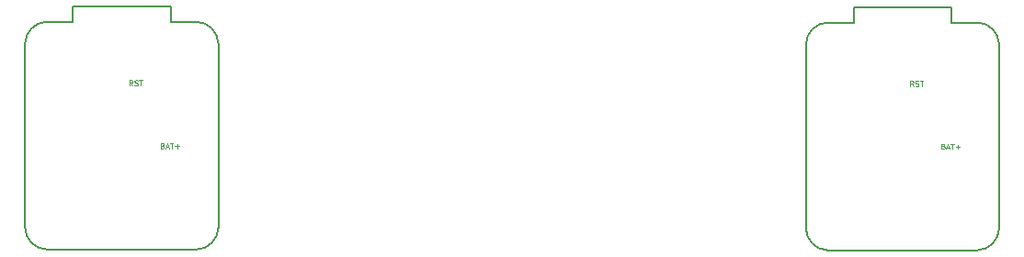
<source format=gbr>
%TF.GenerationSoftware,KiCad,Pcbnew,9.0.6*%
%TF.CreationDate,2025-12-31T17:57:57+01:00*%
%TF.ProjectId,right,72696768-742e-46b6-9963-61645f706362,v1.0.0*%
%TF.SameCoordinates,Original*%
%TF.FileFunction,Legend,Top*%
%TF.FilePolarity,Positive*%
%FSLAX46Y46*%
G04 Gerber Fmt 4.6, Leading zero omitted, Abs format (unit mm)*
G04 Created by KiCad (PCBNEW 9.0.6) date 2025-12-31 17:57:57*
%MOMM*%
%LPD*%
G01*
G04 APERTURE LIST*
%ADD10C,0.100000*%
%ADD11C,0.127000*%
G04 APERTURE END LIST*
D10*
X183755951Y-93455593D02*
X183589285Y-93217498D01*
X183470237Y-93455593D02*
X183470237Y-92955593D01*
X183470237Y-92955593D02*
X183660713Y-92955593D01*
X183660713Y-92955593D02*
X183708332Y-92979403D01*
X183708332Y-92979403D02*
X183732142Y-93003212D01*
X183732142Y-93003212D02*
X183755951Y-93050831D01*
X183755951Y-93050831D02*
X183755951Y-93122260D01*
X183755951Y-93122260D02*
X183732142Y-93169879D01*
X183732142Y-93169879D02*
X183708332Y-93193688D01*
X183708332Y-93193688D02*
X183660713Y-93217498D01*
X183660713Y-93217498D02*
X183470237Y-93217498D01*
X183946428Y-93431784D02*
X184017856Y-93455593D01*
X184017856Y-93455593D02*
X184136904Y-93455593D01*
X184136904Y-93455593D02*
X184184523Y-93431784D01*
X184184523Y-93431784D02*
X184208332Y-93407974D01*
X184208332Y-93407974D02*
X184232142Y-93360355D01*
X184232142Y-93360355D02*
X184232142Y-93312736D01*
X184232142Y-93312736D02*
X184208332Y-93265117D01*
X184208332Y-93265117D02*
X184184523Y-93241307D01*
X184184523Y-93241307D02*
X184136904Y-93217498D01*
X184136904Y-93217498D02*
X184041666Y-93193688D01*
X184041666Y-93193688D02*
X183994047Y-93169879D01*
X183994047Y-93169879D02*
X183970237Y-93146069D01*
X183970237Y-93146069D02*
X183946428Y-93098450D01*
X183946428Y-93098450D02*
X183946428Y-93050831D01*
X183946428Y-93050831D02*
X183970237Y-93003212D01*
X183970237Y-93003212D02*
X183994047Y-92979403D01*
X183994047Y-92979403D02*
X184041666Y-92955593D01*
X184041666Y-92955593D02*
X184160713Y-92955593D01*
X184160713Y-92955593D02*
X184232142Y-92979403D01*
X184374999Y-92955593D02*
X184660713Y-92955593D01*
X184517856Y-93455593D02*
X184517856Y-92955593D01*
X186526189Y-98993692D02*
X186597617Y-99017502D01*
X186597617Y-99017502D02*
X186621427Y-99041311D01*
X186621427Y-99041311D02*
X186645236Y-99088930D01*
X186645236Y-99088930D02*
X186645236Y-99160359D01*
X186645236Y-99160359D02*
X186621427Y-99207978D01*
X186621427Y-99207978D02*
X186597617Y-99231788D01*
X186597617Y-99231788D02*
X186549998Y-99255597D01*
X186549998Y-99255597D02*
X186359522Y-99255597D01*
X186359522Y-99255597D02*
X186359522Y-98755597D01*
X186359522Y-98755597D02*
X186526189Y-98755597D01*
X186526189Y-98755597D02*
X186573808Y-98779407D01*
X186573808Y-98779407D02*
X186597617Y-98803216D01*
X186597617Y-98803216D02*
X186621427Y-98850835D01*
X186621427Y-98850835D02*
X186621427Y-98898454D01*
X186621427Y-98898454D02*
X186597617Y-98946073D01*
X186597617Y-98946073D02*
X186573808Y-98969883D01*
X186573808Y-98969883D02*
X186526189Y-98993692D01*
X186526189Y-98993692D02*
X186359522Y-98993692D01*
X186835713Y-99112740D02*
X187073808Y-99112740D01*
X186788094Y-99255597D02*
X186954760Y-98755597D01*
X186954760Y-98755597D02*
X187121427Y-99255597D01*
X187216665Y-98755597D02*
X187502379Y-98755597D01*
X187359522Y-99255597D02*
X187359522Y-98755597D01*
X187669045Y-99065121D02*
X188049998Y-99065121D01*
X187859521Y-99255597D02*
X187859521Y-98874645D01*
X258444763Y-99062180D02*
X258516191Y-99085990D01*
X258516191Y-99085990D02*
X258540001Y-99109799D01*
X258540001Y-99109799D02*
X258563810Y-99157418D01*
X258563810Y-99157418D02*
X258563810Y-99228847D01*
X258563810Y-99228847D02*
X258540001Y-99276466D01*
X258540001Y-99276466D02*
X258516191Y-99300276D01*
X258516191Y-99300276D02*
X258468572Y-99324085D01*
X258468572Y-99324085D02*
X258278096Y-99324085D01*
X258278096Y-99324085D02*
X258278096Y-98824085D01*
X258278096Y-98824085D02*
X258444763Y-98824085D01*
X258444763Y-98824085D02*
X258492382Y-98847895D01*
X258492382Y-98847895D02*
X258516191Y-98871704D01*
X258516191Y-98871704D02*
X258540001Y-98919323D01*
X258540001Y-98919323D02*
X258540001Y-98966942D01*
X258540001Y-98966942D02*
X258516191Y-99014561D01*
X258516191Y-99014561D02*
X258492382Y-99038371D01*
X258492382Y-99038371D02*
X258444763Y-99062180D01*
X258444763Y-99062180D02*
X258278096Y-99062180D01*
X258754287Y-99181228D02*
X258992382Y-99181228D01*
X258706668Y-99324085D02*
X258873334Y-98824085D01*
X258873334Y-98824085D02*
X259040001Y-99324085D01*
X259135239Y-98824085D02*
X259420953Y-98824085D01*
X259278096Y-99324085D02*
X259278096Y-98824085D01*
X259587619Y-99133609D02*
X259968572Y-99133609D01*
X259778095Y-99324085D02*
X259778095Y-98943133D01*
X255674526Y-93524081D02*
X255507860Y-93285986D01*
X255388812Y-93524081D02*
X255388812Y-93024081D01*
X255388812Y-93024081D02*
X255579288Y-93024081D01*
X255579288Y-93024081D02*
X255626907Y-93047891D01*
X255626907Y-93047891D02*
X255650717Y-93071700D01*
X255650717Y-93071700D02*
X255674526Y-93119319D01*
X255674526Y-93119319D02*
X255674526Y-93190748D01*
X255674526Y-93190748D02*
X255650717Y-93238367D01*
X255650717Y-93238367D02*
X255626907Y-93262176D01*
X255626907Y-93262176D02*
X255579288Y-93285986D01*
X255579288Y-93285986D02*
X255388812Y-93285986D01*
X255865003Y-93500272D02*
X255936431Y-93524081D01*
X255936431Y-93524081D02*
X256055479Y-93524081D01*
X256055479Y-93524081D02*
X256103098Y-93500272D01*
X256103098Y-93500272D02*
X256126907Y-93476462D01*
X256126907Y-93476462D02*
X256150717Y-93428843D01*
X256150717Y-93428843D02*
X256150717Y-93381224D01*
X256150717Y-93381224D02*
X256126907Y-93333605D01*
X256126907Y-93333605D02*
X256103098Y-93309795D01*
X256103098Y-93309795D02*
X256055479Y-93285986D01*
X256055479Y-93285986D02*
X255960241Y-93262176D01*
X255960241Y-93262176D02*
X255912622Y-93238367D01*
X255912622Y-93238367D02*
X255888812Y-93214557D01*
X255888812Y-93214557D02*
X255865003Y-93166938D01*
X255865003Y-93166938D02*
X255865003Y-93119319D01*
X255865003Y-93119319D02*
X255888812Y-93071700D01*
X255888812Y-93071700D02*
X255912622Y-93047891D01*
X255912622Y-93047891D02*
X255960241Y-93024081D01*
X255960241Y-93024081D02*
X256079288Y-93024081D01*
X256079288Y-93024081D02*
X256150717Y-93047891D01*
X256293574Y-93024081D02*
X256579288Y-93024081D01*
X256436431Y-93524081D02*
X256436431Y-93024081D01*
D11*
%TO.C,U?*%
X173859764Y-89579488D02*
X173859765Y-106579487D01*
X175859760Y-87579487D02*
X178259765Y-87579487D01*
X175859763Y-108579485D02*
X189659766Y-108579485D01*
X178259765Y-87579487D02*
X178259766Y-86179485D01*
X178259766Y-86179485D02*
X187259764Y-86179488D01*
X187259764Y-86179488D02*
X187259767Y-87579488D01*
X187259767Y-87579488D02*
X189659763Y-87579487D01*
X191659762Y-106579484D02*
X191659761Y-89579485D01*
X173859764Y-89579488D02*
G75*
G02*
X175859760Y-87579487I2050002J-50001D01*
G01*
X175859763Y-108579485D02*
G75*
G02*
X173859765Y-106579487I50000J2049998D01*
G01*
X189659763Y-87579487D02*
G75*
G02*
X191659762Y-89579485I-50000J-2049999D01*
G01*
X191659762Y-106579484D02*
G75*
G02*
X189659766Y-108579485I-2049999J49998D01*
G01*
X245778338Y-89647976D02*
X245778340Y-106647975D01*
X247778334Y-87647975D02*
X250178339Y-87647975D01*
X247778337Y-108647973D02*
X261578340Y-108647973D01*
X250178339Y-87647975D02*
X250178340Y-86247973D01*
X250178340Y-86247973D02*
X259178338Y-86247976D01*
X259178338Y-86247976D02*
X259178341Y-87647976D01*
X259178341Y-87647976D02*
X261578337Y-87647975D01*
X263578336Y-106647972D02*
X263578334Y-89647973D01*
X245778338Y-89647976D02*
G75*
G02*
X247778334Y-87647975I2050002J-50001D01*
G01*
X247778337Y-108647973D02*
G75*
G02*
X245778340Y-106647975I50000J2049997D01*
G01*
X261578337Y-87647975D02*
G75*
G02*
X263578336Y-89647973I-50000J-2049999D01*
G01*
X263578336Y-106647972D02*
G75*
G02*
X261578340Y-108647973I-2049999J49998D01*
G01*
%TD*%
M02*

</source>
